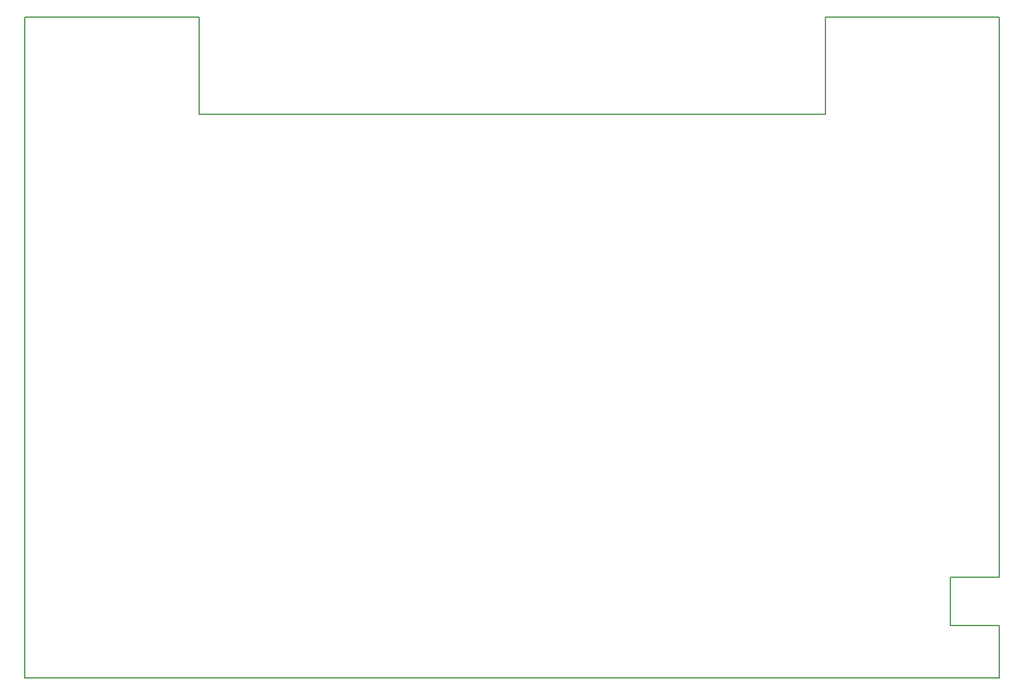
<source format=gbr>
G04 (created by PCBNEW (2013-07-07 BZR 4022)-stable) date 27/11/2016 22:58:01*
%MOIN*%
G04 Gerber Fmt 3.4, Leading zero omitted, Abs format*
%FSLAX34Y34*%
G01*
G70*
G90*
G04 APERTURE LIST*
%ADD10C,0.00590551*%
G04 APERTURE END LIST*
G54D10*
X83661Y-51771D02*
X80905Y-51771D01*
X80905Y-49015D02*
X83661Y-49015D01*
X83661Y-49015D02*
X83661Y-17322D01*
X83661Y-54724D02*
X83661Y-51771D01*
X38385Y-22834D02*
X38582Y-22834D01*
X38385Y-17322D02*
X38385Y-22834D01*
X73818Y-17322D02*
X73818Y-22834D01*
X38385Y-22834D02*
X73818Y-22834D01*
X83661Y-48425D02*
X83661Y-48228D01*
X80905Y-51771D02*
X80905Y-49015D01*
X28543Y-54724D02*
X83661Y-54724D01*
X28543Y-17322D02*
X38385Y-17322D01*
X28543Y-17322D02*
X28543Y-54724D01*
X83661Y-17322D02*
X73818Y-17322D01*
X77755Y-54724D02*
X83661Y-54724D01*
M02*

</source>
